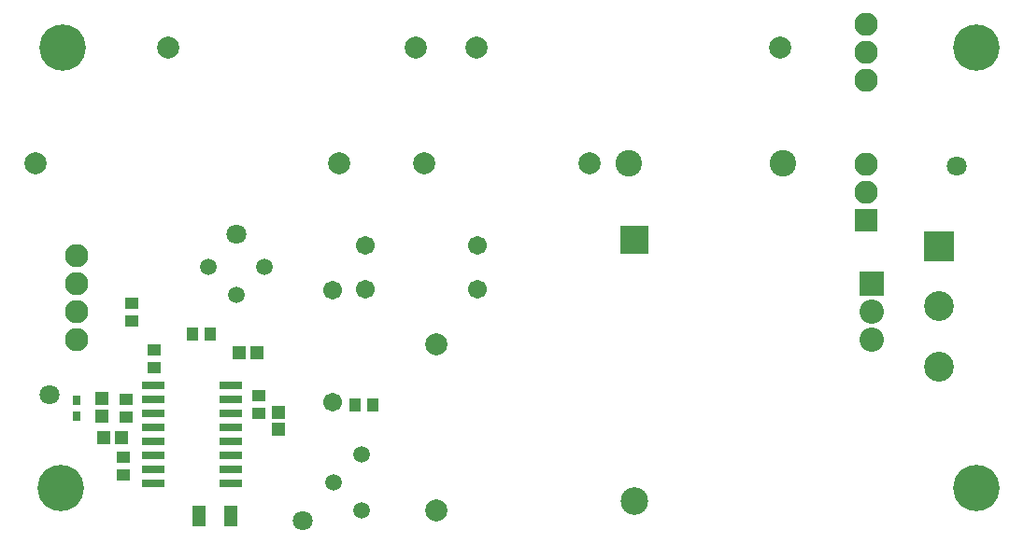
<source format=gts>
G04*
G04 #@! TF.GenerationSoftware,Altium Limited,Altium Designer,18.0.12 (696)*
G04*
G04 Layer_Color=10964583*
%FSLAX44Y44*%
%MOMM*%
G71*
G01*
G75*
%ADD10R,1.0532X1.2032*%
%ADD11R,1.2032X1.0532*%
%ADD12R,1.1532X1.2032*%
%ADD13R,1.2032X1.9532*%
%ADD14R,2.0532X0.8032*%
%ADD15R,1.2032X1.1532*%
%ADD16R,0.7032X0.9532*%
%ADD17C,2.0032*%
%ADD18C,1.5032*%
%ADD19C,1.7032*%
%ADD20C,1.8032*%
%ADD21C,2.1032*%
%ADD22C,2.2032*%
%ADD23R,2.2032X2.2032*%
%ADD24R,2.7032X2.7032*%
%ADD25C,2.7032*%
%ADD26R,2.1032X2.1032*%
%ADD27R,2.5032X2.5032*%
%ADD28C,2.5032*%
%ADD29C,2.4032*%
%ADD30C,4.2032*%
D10*
X1285500Y600000D02*
D03*
X1269500D02*
D03*
X1417000Y535000D02*
D03*
X1433000D02*
D03*
D11*
X1210000Y540500D02*
D03*
Y524500D02*
D03*
X1207500Y488000D02*
D03*
Y472000D02*
D03*
X1235000Y585500D02*
D03*
Y569500D02*
D03*
X1329957Y544000D02*
D03*
Y528000D02*
D03*
X1215000Y611500D02*
D03*
Y627500D02*
D03*
D12*
X1189500Y505542D02*
D03*
X1205500D02*
D03*
X1312000Y582500D02*
D03*
X1328000D02*
D03*
D13*
X1304500Y435000D02*
D03*
X1275500D02*
D03*
D14*
X1304415Y553300D02*
D03*
Y540600D02*
D03*
Y527900D02*
D03*
Y515200D02*
D03*
Y502500D02*
D03*
Y489800D02*
D03*
Y477100D02*
D03*
Y464400D02*
D03*
X1234415D02*
D03*
Y477100D02*
D03*
Y489800D02*
D03*
Y502500D02*
D03*
Y515200D02*
D03*
Y527900D02*
D03*
Y540600D02*
D03*
Y553300D02*
D03*
D15*
X1187500Y525000D02*
D03*
Y541000D02*
D03*
X1348000Y529000D02*
D03*
Y513000D02*
D03*
D16*
X1165000Y539500D02*
D03*
Y525500D02*
D03*
D17*
X1472500Y860000D02*
D03*
X1247500D02*
D03*
X1490457Y590000D02*
D03*
Y440000D02*
D03*
X1127500Y755000D02*
D03*
X1402500D02*
D03*
X1630000D02*
D03*
X1480000D02*
D03*
X1802044Y860000D02*
D03*
X1527044D02*
D03*
D18*
X1335400Y660400D02*
D03*
X1310000Y635000D02*
D03*
X1284600Y660400D02*
D03*
X1422700Y490400D02*
D03*
X1397300Y465000D02*
D03*
X1422700Y439600D02*
D03*
D19*
X1426700Y680000D02*
D03*
X1528300D02*
D03*
X1527941Y640000D02*
D03*
X1426342D02*
D03*
X1396500Y639300D02*
D03*
Y537700D02*
D03*
D20*
X1310000Y690000D02*
D03*
X1370000Y430000D02*
D03*
X1140000Y545000D02*
D03*
X1962500Y752500D02*
D03*
D21*
X1165000Y594600D02*
D03*
Y620000D02*
D03*
Y645400D02*
D03*
Y670800D02*
D03*
X1880000Y728400D02*
D03*
Y753800D02*
D03*
Y830000D02*
D03*
Y855400D02*
D03*
Y880800D02*
D03*
D22*
X1885000Y594600D02*
D03*
Y620000D02*
D03*
D23*
Y645400D02*
D03*
D24*
X1946022Y679600D02*
D03*
D25*
Y625000D02*
D03*
Y570400D02*
D03*
D26*
X1880000Y703000D02*
D03*
D27*
X1670000Y685000D02*
D03*
D28*
Y448000D02*
D03*
D29*
X1665150Y755000D02*
D03*
X1804850D02*
D03*
D30*
X1980000Y860000D02*
D03*
X1152500Y860000D02*
D03*
X1150000Y460000D02*
D03*
X1980000D02*
D03*
M02*

</source>
